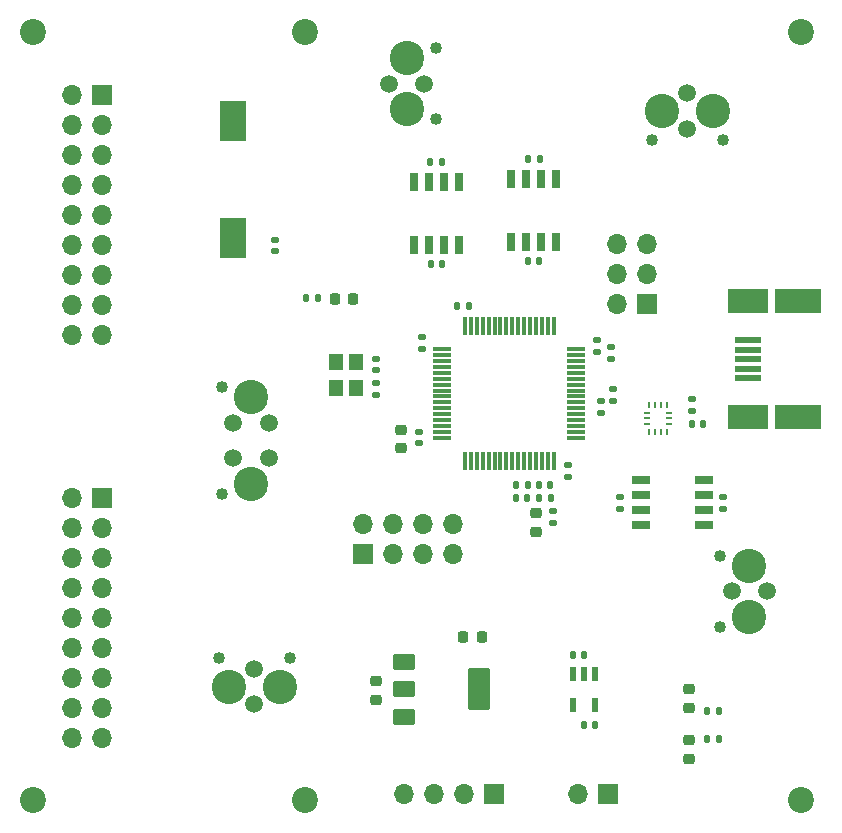
<source format=gbr>
%TF.GenerationSoftware,KiCad,Pcbnew,8.0.4*%
%TF.CreationDate,2024-08-28T23:43:30-07:00*%
%TF.ProjectId,Modubot,4d6f6475-626f-4742-9e6b-696361645f70,rev?*%
%TF.SameCoordinates,Original*%
%TF.FileFunction,Soldermask,Top*%
%TF.FilePolarity,Negative*%
%FSLAX46Y46*%
G04 Gerber Fmt 4.6, Leading zero omitted, Abs format (unit mm)*
G04 Created by KiCad (PCBNEW 8.0.4) date 2024-08-28 23:43:30*
%MOMM*%
%LPD*%
G01*
G04 APERTURE LIST*
G04 Aperture macros list*
%AMRoundRect*
0 Rectangle with rounded corners*
0 $1 Rounding radius*
0 $2 $3 $4 $5 $6 $7 $8 $9 X,Y pos of 4 corners*
0 Add a 4 corners polygon primitive as box body*
4,1,4,$2,$3,$4,$5,$6,$7,$8,$9,$2,$3,0*
0 Add four circle primitives for the rounded corners*
1,1,$1+$1,$2,$3*
1,1,$1+$1,$4,$5*
1,1,$1+$1,$6,$7*
1,1,$1+$1,$8,$9*
0 Add four rect primitives between the rounded corners*
20,1,$1+$1,$2,$3,$4,$5,0*
20,1,$1+$1,$4,$5,$6,$7,0*
20,1,$1+$1,$6,$7,$8,$9,0*
20,1,$1+$1,$8,$9,$2,$3,0*%
G04 Aperture macros list end*
%ADD10RoundRect,0.218750X-0.218750X-0.256250X0.218750X-0.256250X0.218750X0.256250X-0.218750X0.256250X0*%
%ADD11C,2.200000*%
%ADD12RoundRect,0.140000X0.170000X-0.140000X0.170000X0.140000X-0.170000X0.140000X-0.170000X-0.140000X0*%
%ADD13RoundRect,0.225000X0.250000X-0.225000X0.250000X0.225000X-0.250000X0.225000X-0.250000X-0.225000X0*%
%ADD14RoundRect,0.135000X-0.135000X-0.185000X0.135000X-0.185000X0.135000X0.185000X-0.135000X0.185000X0*%
%ADD15RoundRect,0.135000X-0.185000X0.135000X-0.185000X-0.135000X0.185000X-0.135000X0.185000X0.135000X0*%
%ADD16RoundRect,0.102000X-0.800000X-0.600000X0.800000X-0.600000X0.800000X0.600000X-0.800000X0.600000X0*%
%ADD17RoundRect,0.102000X-0.800000X-1.650000X0.800000X-1.650000X0.800000X1.650000X-0.800000X1.650000X0*%
%ADD18RoundRect,0.140000X-0.140000X-0.170000X0.140000X-0.170000X0.140000X0.170000X-0.140000X0.170000X0*%
%ADD19C,1.020000*%
%ADD20C,1.520000*%
%ADD21C,2.909999*%
%ADD22R,1.700000X1.700000*%
%ADD23O,1.700000X1.700000*%
%ADD24RoundRect,0.135000X0.185000X-0.135000X0.185000X0.135000X-0.185000X0.135000X-0.185000X-0.135000X0*%
%ADD25R,1.200000X1.400000*%
%ADD26RoundRect,0.140000X0.140000X0.170000X-0.140000X0.170000X-0.140000X-0.170000X0.140000X-0.170000X0*%
%ADD27RoundRect,0.075000X-0.700000X-0.075000X0.700000X-0.075000X0.700000X0.075000X-0.700000X0.075000X0*%
%ADD28RoundRect,0.075000X-0.075000X-0.700000X0.075000X-0.700000X0.075000X0.700000X-0.075000X0.700000X0*%
%ADD29R,0.650000X1.500000*%
%ADD30R,0.250000X0.475000*%
%ADD31R,0.475000X0.250000*%
%ADD32RoundRect,0.140000X-0.170000X0.140000X-0.170000X-0.140000X0.170000X-0.140000X0.170000X0.140000X0*%
%ADD33R,1.500000X0.650000*%
%ADD34RoundRect,0.135000X0.135000X0.185000X-0.135000X0.185000X-0.135000X-0.185000X0.135000X-0.185000X0*%
%ADD35RoundRect,0.225000X0.225000X0.250000X-0.225000X0.250000X-0.225000X-0.250000X0.225000X-0.250000X0*%
%ADD36RoundRect,0.218750X0.256250X-0.218750X0.256250X0.218750X-0.256250X0.218750X-0.256250X-0.218750X0*%
%ADD37RoundRect,0.218750X-0.256250X0.218750X-0.256250X-0.218750X0.256250X-0.218750X0.256250X0.218750X0*%
%ADD38R,0.600000X1.150000*%
%ADD39R,2.250000X0.500000*%
%ADD40R,3.500000X2.050000*%
%ADD41R,4.000000X2.050000*%
%ADD42R,2.160000X3.350000*%
G04 APERTURE END LIST*
D10*
%TO.C,D3*%
X138912500Y-96520000D03*
X140487500Y-96520000D03*
%TD*%
D11*
%TO.C,H3*%
X113360200Y-73914000D03*
%TD*%
D12*
%TO.C,C16*%
X142360000Y-104600000D03*
X142360000Y-103640000D03*
%TD*%
%TO.C,C6*%
X146260000Y-100700000D03*
X146260000Y-99740000D03*
%TD*%
D13*
%TO.C,C13*%
X142365000Y-130415000D03*
X142365000Y-128865000D03*
%TD*%
D14*
%TO.C,R4*%
X170400000Y-131339500D03*
X171420000Y-131339500D03*
%TD*%
D15*
%TO.C,R8*%
X171750000Y-113240000D03*
X171750000Y-114260000D03*
%TD*%
D16*
%TO.C,LDO2*%
X144730000Y-127240000D03*
X144730000Y-129540000D03*
X144730000Y-131840000D03*
D17*
X151130000Y-129540000D03*
%TD*%
D18*
%TO.C,C11*%
X159065648Y-126670000D03*
X160025648Y-126670000D03*
%TD*%
D19*
%TO.C,J7*%
X171750000Y-83000000D03*
X165750012Y-83000000D03*
D20*
X168750011Y-79060000D03*
X168750011Y-82059999D03*
D21*
X166600013Y-80560000D03*
X170900009Y-80560000D03*
%TD*%
D22*
%TO.C,J8*%
X152400000Y-138430000D03*
D23*
X149860000Y-138430000D03*
X147320000Y-138430000D03*
X144780000Y-138430000D03*
%TD*%
D18*
%TO.C,C8*%
X156212600Y-113360200D03*
X157172600Y-113360200D03*
%TD*%
D24*
%TO.C,R1*%
X162490000Y-105160000D03*
X162490000Y-104140000D03*
%TD*%
D25*
%TO.C,Y2*%
X139010000Y-101820000D03*
X139010000Y-104020000D03*
X140710000Y-104020000D03*
X140710000Y-101820000D03*
%TD*%
D19*
%TO.C,J10*%
X129080011Y-126870000D03*
X135079999Y-126870000D03*
D20*
X132080000Y-130810000D03*
X132080000Y-127810001D03*
D21*
X134229998Y-129310000D03*
X129930002Y-129310000D03*
%TD*%
D14*
%TO.C,R11*%
X155240000Y-84600000D03*
X156260000Y-84600000D03*
%TD*%
D22*
%TO.C,J3*%
X165300000Y-96900000D03*
D23*
X162760000Y-96900000D03*
X165300000Y-94360000D03*
X162760000Y-94360000D03*
X165300000Y-91820000D03*
X162760000Y-91820000D03*
%TD*%
D19*
%TO.C,J5*%
X147440001Y-75250011D03*
X147440001Y-81249999D03*
D20*
X143500001Y-78250000D03*
X146500000Y-78250000D03*
D21*
X145000001Y-80399998D03*
X145000001Y-76100002D03*
%TD*%
D26*
%TO.C,C12*%
X160950000Y-132520000D03*
X159990000Y-132520000D03*
%TD*%
D27*
%TO.C,U1*%
X148010000Y-100740000D03*
X148010000Y-101240000D03*
X148010000Y-101740000D03*
X148010000Y-102240000D03*
X148010000Y-102740000D03*
X148010000Y-103240000D03*
X148010000Y-103740000D03*
X148010000Y-104240000D03*
X148010000Y-104740000D03*
X148010000Y-105240000D03*
X148010000Y-105740000D03*
X148010000Y-106240000D03*
X148010000Y-106740000D03*
X148010000Y-107240000D03*
X148010000Y-107740000D03*
X148010000Y-108240000D03*
D28*
X149935000Y-110165000D03*
X150435000Y-110165000D03*
X150935000Y-110165000D03*
X151435000Y-110165000D03*
X151935000Y-110165000D03*
X152435000Y-110165000D03*
X152935000Y-110165000D03*
X153435000Y-110165000D03*
X153935000Y-110165000D03*
X154435000Y-110165000D03*
X154935000Y-110165000D03*
X155435000Y-110165000D03*
X155935000Y-110165000D03*
X156435000Y-110165000D03*
X156935000Y-110165000D03*
X157435000Y-110165000D03*
D27*
X159360000Y-108240000D03*
X159360000Y-107740000D03*
X159360000Y-107240000D03*
X159360000Y-106740000D03*
X159360000Y-106240000D03*
X159360000Y-105740000D03*
X159360000Y-105240000D03*
X159360000Y-104740000D03*
X159360000Y-104240000D03*
X159360000Y-103740000D03*
X159360000Y-103240000D03*
X159360000Y-102740000D03*
X159360000Y-102240000D03*
X159360000Y-101740000D03*
X159360000Y-101240000D03*
X159360000Y-100740000D03*
D28*
X157435000Y-98815000D03*
X156935000Y-98815000D03*
X156435000Y-98815000D03*
X155935000Y-98815000D03*
X155435000Y-98815000D03*
X154935000Y-98815000D03*
X154435000Y-98815000D03*
X153935000Y-98815000D03*
X153435000Y-98815000D03*
X152935000Y-98815000D03*
X152435000Y-98815000D03*
X151935000Y-98815000D03*
X151435000Y-98815000D03*
X150935000Y-98815000D03*
X150435000Y-98815000D03*
X149935000Y-98815000D03*
%TD*%
D12*
%TO.C,C4*%
X146060000Y-108720000D03*
X146060000Y-107760000D03*
%TD*%
%TO.C,C9*%
X157378400Y-115415000D03*
X157378400Y-114455000D03*
%TD*%
D29*
%TO.C,CAN1*%
X145595000Y-91950000D03*
X146865000Y-91950000D03*
X148135000Y-91950000D03*
X149405000Y-91950000D03*
X149405000Y-86550000D03*
X148135000Y-86550000D03*
X146865000Y-86550000D03*
X145595000Y-86550000D03*
%TD*%
D30*
%TO.C,IMU1*%
X165530000Y-107766000D03*
X166030000Y-107766000D03*
X166530000Y-107766000D03*
X167030000Y-107766000D03*
D31*
X167192000Y-107103000D03*
X167192000Y-106603000D03*
X167192000Y-106103000D03*
D30*
X167030000Y-105440000D03*
X166530000Y-105440000D03*
X166030000Y-105440000D03*
X165530000Y-105440000D03*
D31*
X165368000Y-106103000D03*
X165368000Y-106603000D03*
X165368000Y-107103000D03*
%TD*%
D11*
%TO.C,H2*%
X178360000Y-73920000D03*
%TD*%
D32*
%TO.C,C23*%
X169180000Y-104970000D03*
X169180000Y-105930000D03*
%TD*%
D18*
%TO.C,C19*%
X155270000Y-93300000D03*
X156230000Y-93300000D03*
%TD*%
D33*
%TO.C,CAN2*%
X164800000Y-111845000D03*
X164800000Y-113115000D03*
X164800000Y-114385000D03*
X164800000Y-115655000D03*
X170200000Y-115655000D03*
X170200000Y-114385000D03*
X170200000Y-113115000D03*
X170200000Y-111845000D03*
%TD*%
D18*
%TO.C,C24*%
X169140000Y-107080000D03*
X170100000Y-107080000D03*
%TD*%
D19*
%TO.C,J2*%
X129370000Y-112959984D03*
X129370000Y-103960002D03*
D20*
X133310000Y-106960001D03*
X133310000Y-109960000D03*
X130310001Y-106960001D03*
X130310001Y-109960000D03*
D21*
X131810000Y-104810003D03*
X131810000Y-112109998D03*
%TD*%
D34*
%TO.C,R14*%
X137466800Y-96418400D03*
X136446800Y-96418400D03*
%TD*%
D11*
%TO.C,H1*%
X178370000Y-138920000D03*
%TD*%
D35*
%TO.C,C14*%
X151340000Y-125140000D03*
X149790000Y-125140000D03*
%TD*%
D26*
%TO.C,C25*%
X155242200Y-112268000D03*
X154282200Y-112268000D03*
%TD*%
D12*
%TO.C,C15*%
X142360000Y-102500000D03*
X142360000Y-101540000D03*
%TD*%
D32*
%TO.C,C3*%
X161137600Y-100002400D03*
X161137600Y-100962400D03*
%TD*%
D26*
%TO.C,C26*%
X155216800Y-113360200D03*
X154256800Y-113360200D03*
%TD*%
D24*
%TO.C,R15*%
X161450000Y-106150000D03*
X161450000Y-105130000D03*
%TD*%
D14*
%TO.C,R3*%
X170390000Y-133720000D03*
X171410000Y-133720000D03*
%TD*%
D36*
%TO.C,D2*%
X168910000Y-131089500D03*
X168910000Y-129514500D03*
%TD*%
D32*
%TO.C,C10*%
X133858000Y-91468000D03*
X133858000Y-92428000D03*
%TD*%
D14*
%TO.C,R5*%
X146990000Y-84850000D03*
X148010000Y-84850000D03*
%TD*%
D37*
%TO.C,D1*%
X168910000Y-133832500D03*
X168910000Y-135407500D03*
%TD*%
D18*
%TO.C,C17*%
X147020000Y-93550000D03*
X147980000Y-93550000D03*
%TD*%
D36*
%TO.C,FB1*%
X155981400Y-116179700D03*
X155981400Y-114604700D03*
%TD*%
D32*
%TO.C,C5*%
X158660000Y-110560000D03*
X158660000Y-111520000D03*
%TD*%
D11*
%TO.C,H4*%
X136360000Y-138920000D03*
%TD*%
D22*
%TO.C,J12*%
X162052000Y-138405000D03*
D23*
X159512000Y-138405000D03*
%TD*%
D38*
%TO.C,LDO1*%
X160970000Y-128270000D03*
X160020000Y-128270000D03*
X159070000Y-128270000D03*
X159070000Y-130870000D03*
X160970000Y-130870000D03*
%TD*%
D32*
%TO.C,C18*%
X163029998Y-113270000D03*
X163029998Y-114230000D03*
%TD*%
D18*
%TO.C,C7*%
X156187200Y-112268000D03*
X157147200Y-112268000D03*
%TD*%
D15*
%TO.C,R2*%
X162306000Y-100582000D03*
X162306000Y-101602000D03*
%TD*%
D22*
%TO.C,J4*%
X141325600Y-118059200D03*
D23*
X141325600Y-115519200D03*
X143865600Y-118059200D03*
X143865600Y-115519200D03*
X146405600Y-118059200D03*
X146405600Y-115519200D03*
X148945600Y-118059200D03*
X148945600Y-115519200D03*
%TD*%
D39*
%TO.C,J1*%
X173913800Y-99990000D03*
X173913800Y-100790000D03*
X173913800Y-101590000D03*
X173913800Y-102390000D03*
X173913800Y-103190000D03*
D40*
X173888800Y-96665000D03*
X173888800Y-106515000D03*
D41*
X178138800Y-96665000D03*
X178138800Y-106515000D03*
%TD*%
D11*
%TO.C,H3*%
X136360200Y-73914000D03*
%TD*%
D29*
%TO.C,CAN3*%
X153845000Y-91700000D03*
X155115000Y-91700000D03*
X156385000Y-91700000D03*
X157655000Y-91700000D03*
X157655000Y-86300000D03*
X156385000Y-86300000D03*
X155115000Y-86300000D03*
X153845000Y-86300000D03*
%TD*%
D13*
%TO.C,C1*%
X144526000Y-109095000D03*
X144526000Y-107545000D03*
%TD*%
D18*
%TO.C,C2*%
X149270000Y-97120000D03*
X150230000Y-97120000D03*
%TD*%
D11*
%TO.C,H4*%
X113360000Y-138920000D03*
%TD*%
D42*
%TO.C,SW3*%
X130302000Y-81435000D03*
X130302000Y-91285000D03*
%TD*%
D22*
%TO.C,J11*%
X119210000Y-113320000D03*
D23*
X116670000Y-113320000D03*
X119210000Y-115860000D03*
X116670000Y-115860000D03*
X119210000Y-118400000D03*
X116670000Y-118400000D03*
X119210000Y-120940000D03*
X116670000Y-120940000D03*
X119210000Y-123480000D03*
X116670000Y-123480000D03*
X119210000Y-126020000D03*
X116670000Y-126020000D03*
X119210000Y-128560000D03*
X116670000Y-128560000D03*
X119210000Y-131100000D03*
X116670000Y-131100000D03*
X119210000Y-133640000D03*
X116670000Y-133640000D03*
%TD*%
D19*
%TO.C,J6*%
X171560000Y-118250011D03*
X171560000Y-124249999D03*
D20*
X175500000Y-121250000D03*
X172500001Y-121250000D03*
D21*
X174000000Y-123399998D03*
X174000000Y-119100002D03*
%TD*%
D22*
%TO.C,J9*%
X119210000Y-79220000D03*
D23*
X116670000Y-79220000D03*
X119210000Y-81760000D03*
X116670000Y-81760000D03*
X119210000Y-84300000D03*
X116670000Y-84300000D03*
X119210000Y-86840000D03*
X116670000Y-86840000D03*
X119210000Y-89380000D03*
X116670000Y-89380000D03*
X119210000Y-91920000D03*
X116670000Y-91920000D03*
X119210000Y-94460000D03*
X116670000Y-94460000D03*
X119210000Y-97000000D03*
X116670000Y-97000000D03*
X119210000Y-99540000D03*
X116670000Y-99540000D03*
%TD*%
M02*

</source>
